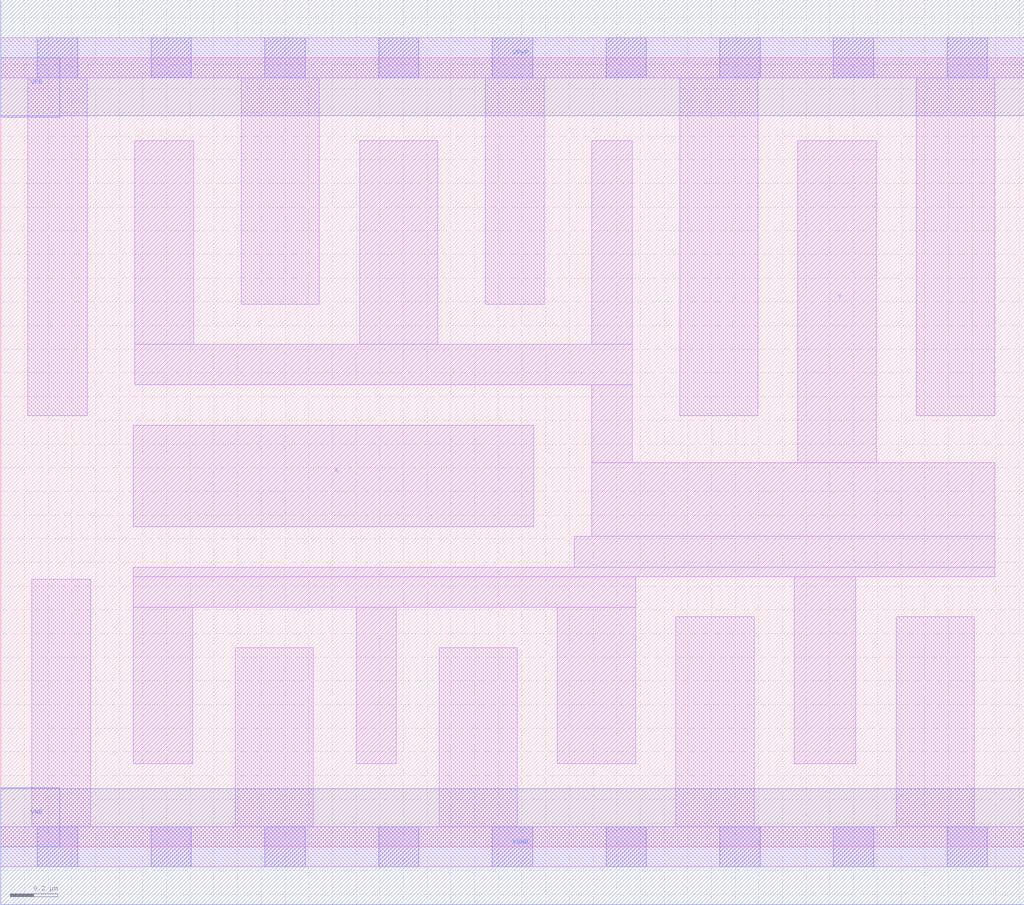
<source format=lef>
# Copyright 2020 The SkyWater PDK Authors
#
# Licensed under the Apache License, Version 2.0 (the "License");
# you may not use this file except in compliance with the License.
# You may obtain a copy of the License at
#
#     https://www.apache.org/licenses/LICENSE-2.0
#
# Unless required by applicable law or agreed to in writing, software
# distributed under the License is distributed on an "AS IS" BASIS,
# WITHOUT WARRANTIES OR CONDITIONS OF ANY KIND, either express or implied.
# See the License for the specific language governing permissions and
# limitations under the License.
#
# SPDX-License-Identifier: Apache-2.0

VERSION 5.5 ;
NAMESCASESENSITIVE ON ;
BUSBITCHARS "[]" ;
DIVIDERCHAR "/" ;
MACRO sky130_fd_sc_hs__inv_8
  CLASS CORE ;
  SOURCE USER ;
  ORIGIN  0.000000  0.000000 ;
  SIZE  4.320000 BY  3.330000 ;
  SYMMETRY X Y ;
  SITE unit ;
  PIN A
    ANTENNAGATEAREA  2.232000 ;
    DIRECTION INPUT ;
    USE SIGNAL ;
    PORT
      LAYER li1 ;
        RECT 0.560000 1.350000 2.250000 1.780000 ;
    END
  END A
  PIN Y
    ANTENNADIFFAREA  2.172800 ;
    DIRECTION OUTPUT ;
    USE SIGNAL ;
    PORT
      LAYER li1 ;
        RECT 0.560000 0.350000 0.810000 1.010000 ;
        RECT 0.560000 1.010000 2.680000 1.140000 ;
        RECT 0.560000 1.140000 4.195000 1.180000 ;
        RECT 0.565000 1.950000 2.665000 2.120000 ;
        RECT 0.565000 2.120000 0.815000 2.980000 ;
        RECT 1.500000 0.350000 1.670000 1.010000 ;
        RECT 1.515000 2.120000 1.845000 2.980000 ;
        RECT 2.350000 0.350000 2.680000 1.010000 ;
        RECT 2.420000 1.180000 4.195000 1.310000 ;
        RECT 2.495000 1.310000 4.195000 1.620000 ;
        RECT 2.495000 1.620000 2.665000 1.950000 ;
        RECT 2.495000 2.120000 2.665000 2.980000 ;
        RECT 3.350000 0.350000 3.610000 1.140000 ;
        RECT 3.365000 1.620000 3.695000 2.980000 ;
    END
  END Y
  PIN VGND
    DIRECTION INOUT ;
    USE GROUND ;
    PORT
      LAYER met1 ;
        RECT 0.000000 -0.245000 4.320000 0.245000 ;
    END
  END VGND
  PIN VNB
    DIRECTION INOUT ;
    USE GROUND ;
    PORT
    END
  END VNB
  PIN VPB
    DIRECTION INOUT ;
    USE POWER ;
    PORT
    END
  END VPB
  PIN VNB
    DIRECTION INOUT ;
    USE GROUND ;
    PORT
      LAYER met1 ;
        RECT 0.000000 0.000000 0.250000 0.250000 ;
    END
  END VNB
  PIN VPB
    DIRECTION INOUT ;
    USE POWER ;
    PORT
      LAYER met1 ;
        RECT 0.000000 3.080000 0.250000 3.330000 ;
    END
  END VPB
  PIN VPWR
    DIRECTION INOUT ;
    USE POWER ;
    PORT
      LAYER met1 ;
        RECT 0.000000 3.085000 4.320000 3.575000 ;
    END
  END VPWR
  OBS
    LAYER li1 ;
      RECT 0.000000 -0.085000 4.320000 0.085000 ;
      RECT 0.000000  3.245000 4.320000 3.415000 ;
      RECT 0.115000  1.820000 0.365000 3.245000 ;
      RECT 0.130000  0.085000 0.380000 1.130000 ;
      RECT 0.990000  0.085000 1.320000 0.840000 ;
      RECT 1.015000  2.290000 1.345000 3.245000 ;
      RECT 1.850000  0.085000 2.180000 0.840000 ;
      RECT 2.045000  2.290000 2.295000 3.245000 ;
      RECT 2.850000  0.085000 3.180000 0.970000 ;
      RECT 2.865000  1.820000 3.195000 3.245000 ;
      RECT 3.780000  0.085000 4.110000 0.970000 ;
      RECT 3.865000  1.820000 4.195000 3.245000 ;
    LAYER mcon ;
      RECT 0.155000 -0.085000 0.325000 0.085000 ;
      RECT 0.155000  3.245000 0.325000 3.415000 ;
      RECT 0.635000 -0.085000 0.805000 0.085000 ;
      RECT 0.635000  3.245000 0.805000 3.415000 ;
      RECT 1.115000 -0.085000 1.285000 0.085000 ;
      RECT 1.115000  3.245000 1.285000 3.415000 ;
      RECT 1.595000 -0.085000 1.765000 0.085000 ;
      RECT 1.595000  3.245000 1.765000 3.415000 ;
      RECT 2.075000 -0.085000 2.245000 0.085000 ;
      RECT 2.075000  3.245000 2.245000 3.415000 ;
      RECT 2.555000 -0.085000 2.725000 0.085000 ;
      RECT 2.555000  3.245000 2.725000 3.415000 ;
      RECT 3.035000 -0.085000 3.205000 0.085000 ;
      RECT 3.035000  3.245000 3.205000 3.415000 ;
      RECT 3.515000 -0.085000 3.685000 0.085000 ;
      RECT 3.515000  3.245000 3.685000 3.415000 ;
      RECT 3.995000 -0.085000 4.165000 0.085000 ;
      RECT 3.995000  3.245000 4.165000 3.415000 ;
  END
END sky130_fd_sc_hs__inv_8
END LIBRARY

</source>
